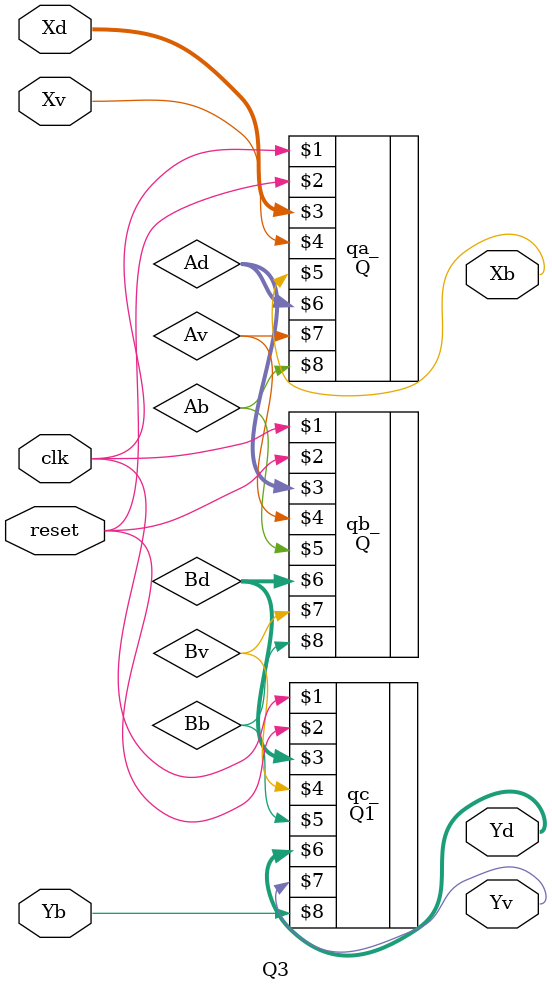
<source format=v>


module Q3 (clk,reset, Xd,Xv,Xb, Yd,Yv,Yb);

   parameter W = 8;		// - data width
   
   input  clk;
   input  reset;
   input  [W-1:0] Xd;		// - input stream X  - data
   input 	  Xv;		//                   - valid
   output 	  Xb;		//                   - backpressure
   output [W-1:0] Yd;		// - output stream Y - data
   output 	  Yv;		//                   - valid
   input 	  Yb;		//                   - backpressure

   wire   [W-1:0] Ad, Bd;		// - intermediate streams A, B
   wire           Av, Bv, Ab, Bb;

   Q  #(W) qa_ (clk,reset, Xd,Xv,Xb, Ad,Av,Ab);
   Q  #(W) qb_ (clk,reset, Ad,Av,Ab, Bd,Bv,Bb);
   Q1 #(W) qc_ (clk,reset, Bd,Bv,Bb, Yd,Yv,Yb);

   //  --(X)--> qa_ --(A)--> qb_ --(B)--> qc_ --(Y)-->

endmodule // Q3


</source>
